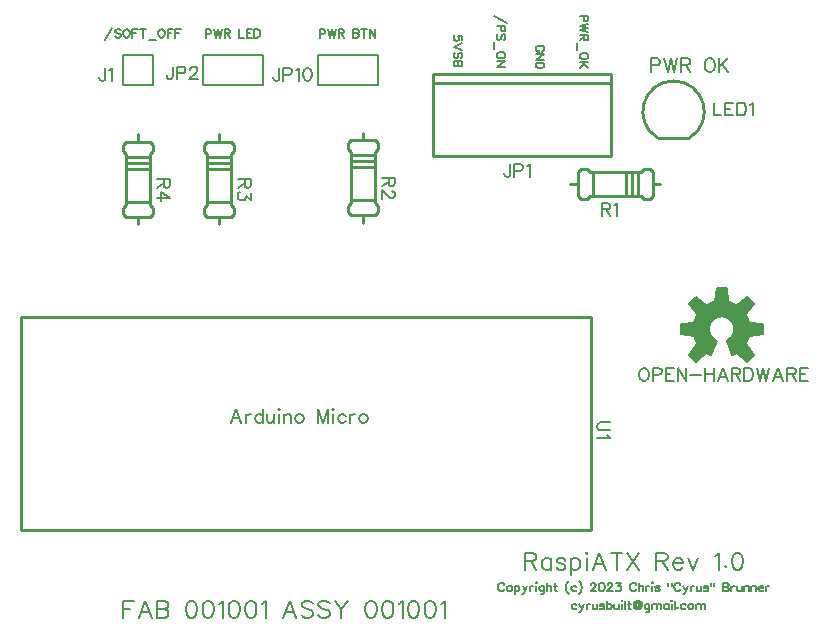
<source format=gto>
G04 Layer: TopSilkscreenLayer*
G04 EasyEDA v6.5.23, 2023-04-28 09:12:44*
G04 028e3914a6f949ed9ca799ef75e4ed4f,10*
G04 Gerber Generator version 0.2*
G04 Scale: 100 percent, Rotated: No, Reflected: No *
G04 Dimensions in millimeters *
G04 leading zeros omitted , absolute positions ,4 integer and 5 decimal *
%FSLAX45Y45*%
%MOMM*%

%ADD10C,0.2032*%
%ADD11C,0.1500*%
%ADD12C,0.2030*%
%ADD13C,0.1524*%
%ADD14C,0.1501*%
%ADD15C,0.2030*%
%ADD16C,0.2540*%
%ADD17C,0.2007*%
%ADD18C,0.0143*%

%LPD*%
D10*
X6057900Y8058658D02*
G01*
X6057900Y7944104D01*
X6057900Y8058658D02*
G01*
X6106922Y8058658D01*
X6123431Y8053070D01*
X6128765Y8047736D01*
X6134354Y8036813D01*
X6134354Y8020304D01*
X6128765Y8009381D01*
X6123431Y8004047D01*
X6106922Y7998713D01*
X6057900Y7998713D01*
X6170168Y8058658D02*
G01*
X6197600Y7944104D01*
X6224777Y8058658D02*
G01*
X6197600Y7944104D01*
X6224777Y8058658D02*
G01*
X6251956Y7944104D01*
X6279388Y8058658D02*
G01*
X6251956Y7944104D01*
X6315456Y8058658D02*
G01*
X6315456Y7944104D01*
X6315456Y8058658D02*
G01*
X6364477Y8058658D01*
X6380734Y8053070D01*
X6386322Y8047736D01*
X6391656Y8036813D01*
X6391656Y8025892D01*
X6386322Y8014970D01*
X6380734Y8009381D01*
X6364477Y8004047D01*
X6315456Y8004047D01*
X6353556Y8004047D02*
G01*
X6391656Y7944104D01*
X6544563Y8058658D02*
G01*
X6533641Y8053070D01*
X6522720Y8042147D01*
X6517131Y8031226D01*
X6511797Y8014970D01*
X6511797Y7987792D01*
X6517131Y7971281D01*
X6522720Y7960360D01*
X6533641Y7949437D01*
X6544563Y7944104D01*
X6566154Y7944104D01*
X6577075Y7949437D01*
X6587997Y7960360D01*
X6593586Y7971281D01*
X6598920Y7987792D01*
X6598920Y8014970D01*
X6593586Y8031226D01*
X6587997Y8042147D01*
X6577075Y8053070D01*
X6566154Y8058658D01*
X6544563Y8058658D01*
X6634988Y8058658D02*
G01*
X6634988Y7944104D01*
X6711441Y8058658D02*
G01*
X6634988Y7982204D01*
X6662165Y8009381D02*
G01*
X6711441Y7944104D01*
D11*
X4457191Y8214105D02*
G01*
X4457191Y8248142D01*
X4426458Y8251697D01*
X4430013Y8248142D01*
X4433315Y8237981D01*
X4433315Y8227821D01*
X4430013Y8217408D01*
X4423156Y8210804D01*
X4412741Y8207247D01*
X4406138Y8207247D01*
X4395724Y8210804D01*
X4389120Y8217408D01*
X4385563Y8227821D01*
X4385563Y8237981D01*
X4389120Y8248142D01*
X4392422Y8251697D01*
X4399279Y8255000D01*
X4457191Y8184895D02*
G01*
X4385563Y8157463D01*
X4457191Y8130286D02*
G01*
X4385563Y8157463D01*
X4447031Y8059928D02*
G01*
X4453890Y8066786D01*
X4457191Y8076945D01*
X4457191Y8090662D01*
X4453890Y8100821D01*
X4447031Y8107679D01*
X4440174Y8107679D01*
X4433315Y8104378D01*
X4430013Y8100821D01*
X4426458Y8094218D01*
X4419600Y8073644D01*
X4416297Y8066786D01*
X4412741Y8063484D01*
X4406138Y8059928D01*
X4395724Y8059928D01*
X4389120Y8066786D01*
X4385563Y8076945D01*
X4385563Y8090662D01*
X4389120Y8100821D01*
X4395724Y8107679D01*
X4457191Y8037576D02*
G01*
X4385563Y8037576D01*
X4457191Y8037576D02*
G01*
X4457191Y8006842D01*
X4453890Y7996681D01*
X4450334Y7993126D01*
X4443475Y7989823D01*
X4436618Y7989823D01*
X4430013Y7993126D01*
X4426458Y7996681D01*
X4423156Y8006842D01*
X4423156Y8037576D02*
G01*
X4423156Y8006842D01*
X4419600Y7996681D01*
X4416297Y7993126D01*
X4409440Y7989823D01*
X4399279Y7989823D01*
X4392422Y7993126D01*
X4389120Y7996681D01*
X4385563Y8006842D01*
X4385563Y8037576D01*
X4839208Y8358631D02*
G01*
X4729988Y8420100D01*
X4825491Y8336279D02*
G01*
X4753863Y8336279D01*
X4825491Y8336279D02*
G01*
X4825491Y8305545D01*
X4822190Y8295386D01*
X4818634Y8291829D01*
X4811775Y8288528D01*
X4801615Y8288528D01*
X4794758Y8291829D01*
X4791456Y8295386D01*
X4787900Y8305545D01*
X4787900Y8336279D01*
X4815331Y8218170D02*
G01*
X4822190Y8225028D01*
X4825491Y8235442D01*
X4825491Y8248904D01*
X4822190Y8259318D01*
X4815331Y8265921D01*
X4808474Y8265921D01*
X4801615Y8262620D01*
X4798313Y8259318D01*
X4794758Y8252460D01*
X4787900Y8231886D01*
X4784597Y8225028D01*
X4781041Y8221726D01*
X4774438Y8218170D01*
X4764024Y8218170D01*
X4757420Y8225028D01*
X4753863Y8235442D01*
X4753863Y8248904D01*
X4757420Y8259318D01*
X4764024Y8265921D01*
X4729988Y8195818D02*
G01*
X4729988Y8134350D01*
X4825491Y8091423D02*
G01*
X4822190Y8098281D01*
X4815331Y8105139D01*
X4808474Y8108442D01*
X4798313Y8111997D01*
X4781041Y8111997D01*
X4770881Y8108442D01*
X4764024Y8105139D01*
X4757420Y8098281D01*
X4753863Y8091423D01*
X4753863Y8077708D01*
X4757420Y8071104D01*
X4764024Y8064245D01*
X4770881Y8060689D01*
X4781041Y8057387D01*
X4798313Y8057387D01*
X4808474Y8060689D01*
X4815331Y8064245D01*
X4822190Y8071104D01*
X4825491Y8077708D01*
X4825491Y8091423D01*
X4825491Y8034781D02*
G01*
X4753863Y8034781D01*
X4825491Y8034781D02*
G01*
X4753863Y7987029D01*
X4825491Y7987029D02*
G01*
X4753863Y7987029D01*
X5138674Y8115045D02*
G01*
X5145531Y8118347D01*
X5152390Y8125205D01*
X5155691Y8132063D01*
X5155691Y8145526D01*
X5152390Y8152384D01*
X5145531Y8159242D01*
X5138674Y8162797D01*
X5128513Y8166100D01*
X5111241Y8166100D01*
X5101081Y8162797D01*
X5094224Y8159242D01*
X5087620Y8152384D01*
X5084063Y8145526D01*
X5084063Y8132063D01*
X5087620Y8125205D01*
X5094224Y8118347D01*
X5101081Y8115045D01*
X5111241Y8115045D01*
X5111241Y8132063D02*
G01*
X5111241Y8115045D01*
X5155691Y8092439D02*
G01*
X5084063Y8092439D01*
X5155691Y8092439D02*
G01*
X5084063Y8044687D01*
X5155691Y8044687D02*
G01*
X5084063Y8044687D01*
X5155691Y8022336D02*
G01*
X5084063Y8022336D01*
X5155691Y8022336D02*
G01*
X5155691Y7998460D01*
X5152390Y7988045D01*
X5145531Y7981442D01*
X5138674Y7977886D01*
X5128513Y7974584D01*
X5111241Y7974584D01*
X5101081Y7977886D01*
X5094224Y7981442D01*
X5087620Y7988045D01*
X5084063Y7998460D01*
X5084063Y8022336D01*
X5523991Y8420100D02*
G01*
X5452363Y8420100D01*
X5523991Y8420100D02*
G01*
X5523991Y8389365D01*
X5520690Y8379205D01*
X5517134Y8375904D01*
X5510275Y8372347D01*
X5500115Y8372347D01*
X5493258Y8375904D01*
X5489956Y8379205D01*
X5486400Y8389365D01*
X5486400Y8420100D01*
X5523991Y8349995D02*
G01*
X5452363Y8332723D01*
X5523991Y8315705D02*
G01*
X5452363Y8332723D01*
X5523991Y8315705D02*
G01*
X5452363Y8298687D01*
X5523991Y8281670D02*
G01*
X5452363Y8298687D01*
X5523991Y8259318D02*
G01*
X5452363Y8259318D01*
X5523991Y8259318D02*
G01*
X5523991Y8228584D01*
X5520690Y8218170D01*
X5517134Y8214868D01*
X5510275Y8211565D01*
X5503418Y8211565D01*
X5496813Y8214868D01*
X5493258Y8218170D01*
X5489956Y8228584D01*
X5489956Y8259318D01*
X5489956Y8235442D02*
G01*
X5452363Y8211565D01*
X5428488Y8188960D02*
G01*
X5428488Y8127492D01*
X5523991Y8084565D02*
G01*
X5520690Y8091423D01*
X5513831Y8098281D01*
X5506974Y8101584D01*
X5496813Y8105139D01*
X5479541Y8105139D01*
X5469381Y8101584D01*
X5462524Y8098281D01*
X5455920Y8091423D01*
X5452363Y8084565D01*
X5452363Y8071104D01*
X5455920Y8064245D01*
X5462524Y8057387D01*
X5469381Y8054086D01*
X5479541Y8050529D01*
X5496813Y8050529D01*
X5506974Y8054086D01*
X5513831Y8057387D01*
X5520690Y8064245D01*
X5523991Y8071104D01*
X5523991Y8084565D01*
X5523991Y8028178D02*
G01*
X5452363Y8028178D01*
X5523991Y7980426D02*
G01*
X5476240Y8028178D01*
X5493258Y8010905D02*
G01*
X5452363Y7980426D01*
X3251200Y8305292D02*
G01*
X3251200Y8233663D01*
X3251200Y8305292D02*
G01*
X3281934Y8305292D01*
X3292093Y8301989D01*
X3295395Y8298434D01*
X3298952Y8291576D01*
X3298952Y8281415D01*
X3295395Y8274558D01*
X3292093Y8271255D01*
X3281934Y8267700D01*
X3251200Y8267700D01*
X3321304Y8305292D02*
G01*
X3338575Y8233663D01*
X3355593Y8305292D02*
G01*
X3338575Y8233663D01*
X3355593Y8305292D02*
G01*
X3372611Y8233663D01*
X3389629Y8305292D02*
G01*
X3372611Y8233663D01*
X3411981Y8305292D02*
G01*
X3411981Y8233663D01*
X3411981Y8305292D02*
G01*
X3442715Y8305292D01*
X3453129Y8301989D01*
X3456431Y8298434D01*
X3459734Y8291576D01*
X3459734Y8284718D01*
X3456431Y8278113D01*
X3453129Y8274558D01*
X3442715Y8271255D01*
X3411981Y8271255D01*
X3435858Y8271255D02*
G01*
X3459734Y8233663D01*
X3534918Y8305292D02*
G01*
X3534918Y8233663D01*
X3534918Y8305292D02*
G01*
X3565397Y8305292D01*
X3575811Y8301989D01*
X3579113Y8298434D01*
X3582670Y8291576D01*
X3582670Y8284718D01*
X3579113Y8278113D01*
X3575811Y8274558D01*
X3565397Y8271255D01*
X3534918Y8271255D02*
G01*
X3565397Y8271255D01*
X3575811Y8267700D01*
X3579113Y8264397D01*
X3582670Y8257539D01*
X3582670Y8247379D01*
X3579113Y8240521D01*
X3575811Y8237220D01*
X3565397Y8233663D01*
X3534918Y8233663D01*
X3628897Y8305292D02*
G01*
X3628897Y8233663D01*
X3605022Y8305292D02*
G01*
X3652774Y8305292D01*
X3675379Y8305292D02*
G01*
X3675379Y8233663D01*
X3675379Y8305292D02*
G01*
X3723131Y8233663D01*
X3723131Y8305292D02*
G01*
X3723131Y8233663D01*
X2286000Y8305292D02*
G01*
X2286000Y8233663D01*
X2286000Y8305292D02*
G01*
X2316734Y8305292D01*
X2326893Y8301989D01*
X2330195Y8298434D01*
X2333752Y8291576D01*
X2333752Y8281415D01*
X2330195Y8274558D01*
X2326893Y8271255D01*
X2316734Y8267700D01*
X2286000Y8267700D01*
X2356104Y8305292D02*
G01*
X2373375Y8233663D01*
X2390393Y8305292D02*
G01*
X2373375Y8233663D01*
X2390393Y8305292D02*
G01*
X2407411Y8233663D01*
X2424429Y8305292D02*
G01*
X2407411Y8233663D01*
X2446781Y8305292D02*
G01*
X2446781Y8233663D01*
X2446781Y8305292D02*
G01*
X2477515Y8305292D01*
X2487929Y8301989D01*
X2491231Y8298434D01*
X2494534Y8291576D01*
X2494534Y8284718D01*
X2491231Y8278113D01*
X2487929Y8274558D01*
X2477515Y8271255D01*
X2446781Y8271255D01*
X2470658Y8271255D02*
G01*
X2494534Y8233663D01*
X2569718Y8305292D02*
G01*
X2569718Y8233663D01*
X2569718Y8233663D02*
G01*
X2610611Y8233663D01*
X2632963Y8305292D02*
G01*
X2632963Y8233663D01*
X2632963Y8305292D02*
G01*
X2677413Y8305292D01*
X2632963Y8271255D02*
G01*
X2660395Y8271255D01*
X2632963Y8233663D02*
G01*
X2677413Y8233663D01*
X2699765Y8305292D02*
G01*
X2699765Y8233663D01*
X2699765Y8305292D02*
G01*
X2723641Y8305292D01*
X2734056Y8301989D01*
X2740659Y8295131D01*
X2744215Y8288273D01*
X2747518Y8278113D01*
X2747518Y8260842D01*
X2744215Y8250681D01*
X2740659Y8243823D01*
X2734056Y8237220D01*
X2723641Y8233663D01*
X2699765Y8233663D01*
X1496568Y8319008D02*
G01*
X1435100Y8209787D01*
X1566671Y8295131D02*
G01*
X1559813Y8301989D01*
X1549654Y8305292D01*
X1535937Y8305292D01*
X1525778Y8301989D01*
X1518920Y8295131D01*
X1518920Y8288273D01*
X1522476Y8281415D01*
X1525778Y8278113D01*
X1532636Y8274558D01*
X1552955Y8267700D01*
X1559813Y8264397D01*
X1563370Y8260842D01*
X1566671Y8254237D01*
X1566671Y8243823D01*
X1559813Y8237220D01*
X1549654Y8233663D01*
X1535937Y8233663D01*
X1525778Y8237220D01*
X1518920Y8243823D01*
X1609597Y8305292D02*
G01*
X1602739Y8301989D01*
X1595881Y8295131D01*
X1592579Y8288273D01*
X1589278Y8278113D01*
X1589278Y8260842D01*
X1592579Y8250681D01*
X1595881Y8243823D01*
X1602739Y8237220D01*
X1609597Y8233663D01*
X1623313Y8233663D01*
X1630171Y8237220D01*
X1637029Y8243823D01*
X1640331Y8250681D01*
X1643634Y8260842D01*
X1643634Y8278113D01*
X1640331Y8288273D01*
X1637029Y8295131D01*
X1630171Y8301989D01*
X1623313Y8305292D01*
X1609597Y8305292D01*
X1666239Y8305292D02*
G01*
X1666239Y8233663D01*
X1666239Y8305292D02*
G01*
X1710436Y8305292D01*
X1666239Y8271255D02*
G01*
X1693418Y8271255D01*
X1756918Y8305292D02*
G01*
X1756918Y8233663D01*
X1733042Y8305292D02*
G01*
X1780794Y8305292D01*
X1803400Y8209787D02*
G01*
X1864613Y8209787D01*
X1907539Y8305292D02*
G01*
X1900681Y8301989D01*
X1894078Y8295131D01*
X1890521Y8288273D01*
X1887220Y8278113D01*
X1887220Y8260842D01*
X1890521Y8250681D01*
X1894078Y8243823D01*
X1900681Y8237220D01*
X1907539Y8233663D01*
X1921255Y8233663D01*
X1928113Y8237220D01*
X1934972Y8243823D01*
X1938274Y8250681D01*
X1941575Y8260842D01*
X1941575Y8278113D01*
X1938274Y8288273D01*
X1934972Y8295131D01*
X1928113Y8301989D01*
X1921255Y8305292D01*
X1907539Y8305292D01*
X1964181Y8305292D02*
G01*
X1964181Y8233663D01*
X1964181Y8305292D02*
G01*
X2008631Y8305292D01*
X1964181Y8271255D02*
G01*
X1991359Y8271255D01*
X2030984Y8305292D02*
G01*
X2030984Y8233663D01*
X2030984Y8305292D02*
G01*
X2075434Y8305292D01*
X2030984Y8271255D02*
G01*
X2058161Y8271255D01*
D10*
X2545588Y5086857D02*
G01*
X2501900Y4972304D01*
X2545588Y5086857D02*
G01*
X2589275Y4972304D01*
X2518156Y5010404D02*
G01*
X2572765Y5010404D01*
X2625090Y5048504D02*
G01*
X2625090Y4972304D01*
X2625090Y5015992D02*
G01*
X2630677Y5032247D01*
X2641600Y5043170D01*
X2652522Y5048504D01*
X2668777Y5048504D01*
X2770377Y5086857D02*
G01*
X2770377Y4972304D01*
X2770377Y5032247D02*
G01*
X2759456Y5043170D01*
X2748534Y5048504D01*
X2732024Y5048504D01*
X2721102Y5043170D01*
X2710179Y5032247D01*
X2704845Y5015992D01*
X2704845Y5005070D01*
X2710179Y4988560D01*
X2721102Y4977637D01*
X2732024Y4972304D01*
X2748534Y4972304D01*
X2759456Y4977637D01*
X2770377Y4988560D01*
X2806191Y5048504D02*
G01*
X2806191Y4994147D01*
X2811779Y4977637D01*
X2822702Y4972304D01*
X2838958Y4972304D01*
X2849879Y4977637D01*
X2866136Y4994147D01*
X2866136Y5048504D02*
G01*
X2866136Y4972304D01*
X2902204Y5086857D02*
G01*
X2907791Y5081270D01*
X2913125Y5086857D01*
X2907791Y5092192D01*
X2902204Y5086857D01*
X2907791Y5048504D02*
G01*
X2907791Y4972304D01*
X2949193Y5048504D02*
G01*
X2949193Y4972304D01*
X2949193Y5026913D02*
G01*
X2965450Y5043170D01*
X2976372Y5048504D01*
X2992881Y5048504D01*
X3003804Y5043170D01*
X3009138Y5026913D01*
X3009138Y4972304D01*
X3072384Y5048504D02*
G01*
X3061461Y5043170D01*
X3050540Y5032247D01*
X3045206Y5015992D01*
X3045206Y5005070D01*
X3050540Y4988560D01*
X3061461Y4977637D01*
X3072384Y4972304D01*
X3088893Y4972304D01*
X3099815Y4977637D01*
X3110738Y4988560D01*
X3116072Y5005070D01*
X3116072Y5015992D01*
X3110738Y5032247D01*
X3099815Y5043170D01*
X3088893Y5048504D01*
X3072384Y5048504D01*
X3235959Y5086857D02*
G01*
X3235959Y4972304D01*
X3235959Y5086857D02*
G01*
X3279647Y4972304D01*
X3323336Y5086857D02*
G01*
X3279647Y4972304D01*
X3323336Y5086857D02*
G01*
X3323336Y4972304D01*
X3359404Y5086857D02*
G01*
X3364738Y5081270D01*
X3370325Y5086857D01*
X3364738Y5092192D01*
X3359404Y5086857D01*
X3364738Y5048504D02*
G01*
X3364738Y4972304D01*
X3471672Y5032247D02*
G01*
X3460750Y5043170D01*
X3449827Y5048504D01*
X3433572Y5048504D01*
X3422650Y5043170D01*
X3411727Y5032247D01*
X3406140Y5015992D01*
X3406140Y5005070D01*
X3411727Y4988560D01*
X3422650Y4977637D01*
X3433572Y4972304D01*
X3449827Y4972304D01*
X3460750Y4977637D01*
X3471672Y4988560D01*
X3507740Y5048504D02*
G01*
X3507740Y4972304D01*
X3507740Y5015992D02*
G01*
X3513074Y5032247D01*
X3523995Y5043170D01*
X3534918Y5048504D01*
X3551427Y5048504D01*
X3614674Y5048504D02*
G01*
X3603752Y5043170D01*
X3592829Y5032247D01*
X3587241Y5015992D01*
X3587241Y5005070D01*
X3592829Y4988560D01*
X3603752Y4977637D01*
X3614674Y4972304D01*
X3630929Y4972304D01*
X3641852Y4977637D01*
X3652774Y4988560D01*
X3658361Y5005070D01*
X3658361Y5015992D01*
X3652774Y5032247D01*
X3641852Y5043170D01*
X3630929Y5048504D01*
X3614674Y5048504D01*
D12*
X1587500Y3466084D02*
G01*
X1587500Y3322828D01*
X1587500Y3466084D02*
G01*
X1676145Y3466084D01*
X1587500Y3397757D02*
G01*
X1642110Y3397757D01*
X1775713Y3466084D02*
G01*
X1721104Y3322828D01*
X1775713Y3466084D02*
G01*
X1830323Y3322828D01*
X1741678Y3370579D02*
G01*
X1809750Y3370579D01*
X1875281Y3466084D02*
G01*
X1875281Y3322828D01*
X1875281Y3466084D02*
G01*
X1936495Y3466084D01*
X1957070Y3459226D01*
X1963927Y3452368D01*
X1970786Y3438905D01*
X1970786Y3425189D01*
X1963927Y3411473D01*
X1957070Y3404615D01*
X1936495Y3397757D01*
X1875281Y3397757D02*
G01*
X1936495Y3397757D01*
X1957070Y3391154D01*
X1963927Y3384295D01*
X1970786Y3370579D01*
X1970786Y3350260D01*
X1963927Y3336544D01*
X1957070Y3329686D01*
X1936495Y3322828D01*
X1875281Y3322828D01*
X2161540Y3466084D02*
G01*
X2141220Y3459226D01*
X2127504Y3438905D01*
X2120645Y3404615D01*
X2120645Y3384295D01*
X2127504Y3350260D01*
X2141220Y3329686D01*
X2161540Y3322828D01*
X2175256Y3322828D01*
X2195575Y3329686D01*
X2209291Y3350260D01*
X2216150Y3384295D01*
X2216150Y3404615D01*
X2209291Y3438905D01*
X2195575Y3459226D01*
X2175256Y3466084D01*
X2161540Y3466084D01*
X2302002Y3466084D02*
G01*
X2281681Y3459226D01*
X2267965Y3438905D01*
X2261108Y3404615D01*
X2261108Y3384295D01*
X2267965Y3350260D01*
X2281681Y3329686D01*
X2302002Y3322828D01*
X2315718Y3322828D01*
X2336038Y3329686D01*
X2349754Y3350260D01*
X2356611Y3384295D01*
X2356611Y3404615D01*
X2349754Y3438905D01*
X2336038Y3459226D01*
X2315718Y3466084D01*
X2302002Y3466084D01*
X2401570Y3438905D02*
G01*
X2415286Y3445510D01*
X2435606Y3466084D01*
X2435606Y3322828D01*
X2521711Y3466084D02*
G01*
X2501138Y3459226D01*
X2487422Y3438905D01*
X2480563Y3404615D01*
X2480563Y3384295D01*
X2487422Y3350260D01*
X2501138Y3329686D01*
X2521711Y3322828D01*
X2535174Y3322828D01*
X2555747Y3329686D01*
X2569209Y3350260D01*
X2576068Y3384295D01*
X2576068Y3404615D01*
X2569209Y3438905D01*
X2555747Y3459226D01*
X2535174Y3466084D01*
X2521711Y3466084D01*
X2661920Y3466084D02*
G01*
X2641600Y3459226D01*
X2627884Y3438905D01*
X2621025Y3404615D01*
X2621025Y3384295D01*
X2627884Y3350260D01*
X2641600Y3329686D01*
X2661920Y3322828D01*
X2675636Y3322828D01*
X2696209Y3329686D01*
X2709672Y3350260D01*
X2716529Y3384295D01*
X2716529Y3404615D01*
X2709672Y3438905D01*
X2696209Y3459226D01*
X2675636Y3466084D01*
X2661920Y3466084D01*
X2761488Y3438905D02*
G01*
X2775204Y3445510D01*
X2795777Y3466084D01*
X2795777Y3322828D01*
X3000247Y3466084D02*
G01*
X2945638Y3322828D01*
X3000247Y3466084D02*
G01*
X3054858Y3322828D01*
X2966211Y3370579D02*
G01*
X3034284Y3370579D01*
X3195320Y3445510D02*
G01*
X3181604Y3459226D01*
X3161029Y3466084D01*
X3133852Y3466084D01*
X3113531Y3459226D01*
X3099815Y3445510D01*
X3099815Y3432047D01*
X3106674Y3418331D01*
X3113531Y3411473D01*
X3126993Y3404615D01*
X3167888Y3391154D01*
X3181604Y3384295D01*
X3188461Y3377437D01*
X3195320Y3363721D01*
X3195320Y3343402D01*
X3181604Y3329686D01*
X3161029Y3322828D01*
X3133852Y3322828D01*
X3113531Y3329686D01*
X3099815Y3343402D01*
X3335781Y3445510D02*
G01*
X3322065Y3459226D01*
X3301491Y3466084D01*
X3274313Y3466084D01*
X3253740Y3459226D01*
X3240277Y3445510D01*
X3240277Y3432047D01*
X3247136Y3418331D01*
X3253740Y3411473D01*
X3267456Y3404615D01*
X3308350Y3391154D01*
X3322065Y3384295D01*
X3328924Y3377437D01*
X3335781Y3363721D01*
X3335781Y3343402D01*
X3322065Y3329686D01*
X3301491Y3322828D01*
X3274313Y3322828D01*
X3253740Y3329686D01*
X3240277Y3343402D01*
X3380740Y3466084D02*
G01*
X3435350Y3397757D01*
X3435350Y3322828D01*
X3489706Y3466084D02*
G01*
X3435350Y3397757D01*
X3680713Y3466084D02*
G01*
X3660140Y3459226D01*
X3646677Y3438905D01*
X3639820Y3404615D01*
X3639820Y3384295D01*
X3646677Y3350260D01*
X3660140Y3329686D01*
X3680713Y3322828D01*
X3694429Y3322828D01*
X3714750Y3329686D01*
X3728465Y3350260D01*
X3735324Y3384295D01*
X3735324Y3404615D01*
X3728465Y3438905D01*
X3714750Y3459226D01*
X3694429Y3466084D01*
X3680713Y3466084D01*
X3821175Y3466084D02*
G01*
X3800602Y3459226D01*
X3787140Y3438905D01*
X3780281Y3404615D01*
X3780281Y3384295D01*
X3787140Y3350260D01*
X3800602Y3329686D01*
X3821175Y3322828D01*
X3834891Y3322828D01*
X3855211Y3329686D01*
X3868927Y3350260D01*
X3875786Y3384295D01*
X3875786Y3404615D01*
X3868927Y3438905D01*
X3855211Y3459226D01*
X3834891Y3466084D01*
X3821175Y3466084D01*
X3920743Y3438905D02*
G01*
X3934206Y3445510D01*
X3954779Y3466084D01*
X3954779Y3322828D01*
X4040631Y3466084D02*
G01*
X4020311Y3459226D01*
X4006595Y3438905D01*
X3999738Y3404615D01*
X3999738Y3384295D01*
X4006595Y3350260D01*
X4020311Y3329686D01*
X4040631Y3322828D01*
X4054347Y3322828D01*
X4074668Y3329686D01*
X4088384Y3350260D01*
X4095241Y3384295D01*
X4095241Y3404615D01*
X4088384Y3438905D01*
X4074668Y3459226D01*
X4054347Y3466084D01*
X4040631Y3466084D01*
X4181093Y3466084D02*
G01*
X4160774Y3459226D01*
X4147058Y3438905D01*
X4140200Y3404615D01*
X4140200Y3384295D01*
X4147058Y3350260D01*
X4160774Y3329686D01*
X4181093Y3322828D01*
X4194809Y3322828D01*
X4215129Y3329686D01*
X4228845Y3350260D01*
X4235704Y3384295D01*
X4235704Y3404615D01*
X4228845Y3438905D01*
X4215129Y3459226D01*
X4194809Y3466084D01*
X4181093Y3466084D01*
X4280661Y3438905D02*
G01*
X4294377Y3445510D01*
X4314697Y3466084D01*
X4314697Y3322828D01*
X4991100Y3872484D02*
G01*
X4991100Y3729228D01*
X4991100Y3872484D02*
G01*
X5052568Y3872484D01*
X5072888Y3865626D01*
X5079745Y3858768D01*
X5086604Y3845305D01*
X5086604Y3831589D01*
X5079745Y3817873D01*
X5072888Y3811015D01*
X5052568Y3804157D01*
X4991100Y3804157D01*
X5038852Y3804157D02*
G01*
X5086604Y3729228D01*
X5213350Y3824731D02*
G01*
X5213350Y3729228D01*
X5213350Y3804157D02*
G01*
X5199634Y3817873D01*
X5186172Y3824731D01*
X5165597Y3824731D01*
X5151881Y3817873D01*
X5138420Y3804157D01*
X5131561Y3783837D01*
X5131561Y3770121D01*
X5138420Y3749802D01*
X5151881Y3736086D01*
X5165597Y3729228D01*
X5186172Y3729228D01*
X5199634Y3736086D01*
X5213350Y3749802D01*
X5333491Y3804157D02*
G01*
X5326634Y3817873D01*
X5306059Y3824731D01*
X5285740Y3824731D01*
X5265165Y3817873D01*
X5258308Y3804157D01*
X5265165Y3790695D01*
X5278881Y3783837D01*
X5312918Y3776979D01*
X5326634Y3770121D01*
X5333491Y3756660D01*
X5333491Y3749802D01*
X5326634Y3736086D01*
X5306059Y3729228D01*
X5285740Y3729228D01*
X5265165Y3736086D01*
X5258308Y3749802D01*
X5378450Y3824731D02*
G01*
X5378450Y3681476D01*
X5378450Y3804157D02*
G01*
X5391911Y3817873D01*
X5405627Y3824731D01*
X5426202Y3824731D01*
X5439663Y3817873D01*
X5453379Y3804157D01*
X5460238Y3783837D01*
X5460238Y3770121D01*
X5453379Y3749802D01*
X5439663Y3736086D01*
X5426202Y3729228D01*
X5405627Y3729228D01*
X5391911Y3736086D01*
X5378450Y3749802D01*
X5505195Y3872484D02*
G01*
X5512054Y3865626D01*
X5518911Y3872484D01*
X5512054Y3879342D01*
X5505195Y3872484D01*
X5512054Y3824731D02*
G01*
X5512054Y3729228D01*
X5618479Y3872484D02*
G01*
X5563870Y3729228D01*
X5618479Y3872484D02*
G01*
X5672836Y3729228D01*
X5584190Y3776979D02*
G01*
X5652515Y3776979D01*
X5765545Y3872484D02*
G01*
X5765545Y3729228D01*
X5717793Y3872484D02*
G01*
X5813297Y3872484D01*
X5858256Y3872484D02*
G01*
X5953759Y3729228D01*
X5953759Y3872484D02*
G01*
X5858256Y3729228D01*
X6103874Y3872484D02*
G01*
X6103874Y3729228D01*
X6103874Y3872484D02*
G01*
X6165088Y3872484D01*
X6185661Y3865626D01*
X6192520Y3858768D01*
X6199377Y3845305D01*
X6199377Y3831589D01*
X6192520Y3817873D01*
X6185661Y3811015D01*
X6165088Y3804157D01*
X6103874Y3804157D01*
X6151625Y3804157D02*
G01*
X6199377Y3729228D01*
X6244336Y3783837D02*
G01*
X6326124Y3783837D01*
X6326124Y3797554D01*
X6319265Y3811015D01*
X6312408Y3817873D01*
X6298945Y3824731D01*
X6278372Y3824731D01*
X6264656Y3817873D01*
X6251193Y3804157D01*
X6244336Y3783837D01*
X6244336Y3770121D01*
X6251193Y3749802D01*
X6264656Y3736086D01*
X6278372Y3729228D01*
X6298945Y3729228D01*
X6312408Y3736086D01*
X6326124Y3749802D01*
X6371081Y3824731D02*
G01*
X6411975Y3729228D01*
X6452870Y3824731D02*
G01*
X6411975Y3729228D01*
X6602984Y3845305D02*
G01*
X6616445Y3851910D01*
X6637020Y3872484D01*
X6637020Y3729228D01*
X6688836Y3763263D02*
G01*
X6681977Y3756660D01*
X6688836Y3749802D01*
X6695693Y3756660D01*
X6688836Y3763263D01*
X6781545Y3872484D02*
G01*
X6760972Y3865626D01*
X6747509Y3845305D01*
X6740652Y3811015D01*
X6740652Y3790695D01*
X6747509Y3756660D01*
X6760972Y3736086D01*
X6781545Y3729228D01*
X6795261Y3729228D01*
X6815581Y3736086D01*
X6829297Y3756660D01*
X6836156Y3790695D01*
X6836156Y3811015D01*
X6829297Y3845305D01*
X6815581Y3865626D01*
X6795261Y3872484D01*
X6781545Y3872484D01*
X4813554Y3601973D02*
G01*
X4810252Y3608831D01*
X4803393Y3615689D01*
X4796536Y3618992D01*
X4783074Y3618992D01*
X4776215Y3615689D01*
X4769358Y3608831D01*
X4765802Y3601973D01*
X4762500Y3591813D01*
X4762500Y3574542D01*
X4765802Y3564381D01*
X4769358Y3557523D01*
X4776215Y3550920D01*
X4783074Y3547363D01*
X4796536Y3547363D01*
X4803393Y3550920D01*
X4810252Y3557523D01*
X4813554Y3564381D01*
X4853177Y3595115D02*
G01*
X4846320Y3591813D01*
X4839461Y3584955D01*
X4836159Y3574542D01*
X4836159Y3567937D01*
X4839461Y3557523D01*
X4846320Y3550920D01*
X4853177Y3547363D01*
X4863338Y3547363D01*
X4870195Y3550920D01*
X4877054Y3557523D01*
X4880356Y3567937D01*
X4880356Y3574542D01*
X4877054Y3584955D01*
X4870195Y3591813D01*
X4863338Y3595115D01*
X4853177Y3595115D01*
X4902961Y3595115D02*
G01*
X4902961Y3523487D01*
X4902961Y3584955D02*
G01*
X4909820Y3591813D01*
X4916677Y3595115D01*
X4926838Y3595115D01*
X4933695Y3591813D01*
X4940554Y3584955D01*
X4943856Y3574542D01*
X4943856Y3567937D01*
X4940554Y3557523D01*
X4933695Y3550920D01*
X4926838Y3547363D01*
X4916677Y3547363D01*
X4909820Y3550920D01*
X4902961Y3557523D01*
X4969763Y3595115D02*
G01*
X4990338Y3547363D01*
X5010658Y3595115D02*
G01*
X4990338Y3547363D01*
X4983479Y3533647D01*
X4976622Y3527044D01*
X4969763Y3523487D01*
X4966461Y3523487D01*
X5033263Y3595115D02*
G01*
X5033263Y3547363D01*
X5033263Y3574542D02*
G01*
X5036565Y3584955D01*
X5043424Y3591813D01*
X5050281Y3595115D01*
X5060441Y3595115D01*
X5083047Y3618992D02*
G01*
X5086350Y3615689D01*
X5089652Y3618992D01*
X5086350Y3622294D01*
X5083047Y3618992D01*
X5086350Y3595115D02*
G01*
X5086350Y3547363D01*
X5153152Y3595115D02*
G01*
X5153152Y3540505D01*
X5149850Y3530345D01*
X5146293Y3527044D01*
X5139436Y3523487D01*
X5129275Y3523487D01*
X5122418Y3527044D01*
X5153152Y3584955D02*
G01*
X5146293Y3591813D01*
X5139436Y3595115D01*
X5129275Y3595115D01*
X5122418Y3591813D01*
X5115559Y3584955D01*
X5112258Y3574542D01*
X5112258Y3567937D01*
X5115559Y3557523D01*
X5122418Y3550920D01*
X5129275Y3547363D01*
X5139436Y3547363D01*
X5146293Y3550920D01*
X5153152Y3557523D01*
X5175758Y3618992D02*
G01*
X5175758Y3547363D01*
X5175758Y3581400D02*
G01*
X5185918Y3591813D01*
X5192775Y3595115D01*
X5202936Y3595115D01*
X5209793Y3591813D01*
X5213095Y3581400D01*
X5213095Y3547363D01*
X5245861Y3618992D02*
G01*
X5245861Y3561079D01*
X5249418Y3550920D01*
X5256022Y3547363D01*
X5262879Y3547363D01*
X5235702Y3595115D02*
G01*
X5259577Y3595115D01*
X5361940Y3632707D02*
G01*
X5355081Y3625850D01*
X5348224Y3615689D01*
X5341365Y3601973D01*
X5338063Y3584955D01*
X5338063Y3571239D01*
X5341365Y3554221D01*
X5348224Y3540505D01*
X5355081Y3530345D01*
X5361940Y3523487D01*
X5425186Y3584955D02*
G01*
X5418327Y3591813D01*
X5411470Y3595115D01*
X5401309Y3595115D01*
X5394452Y3591813D01*
X5387847Y3584955D01*
X5384291Y3574542D01*
X5384291Y3567937D01*
X5387847Y3557523D01*
X5394452Y3550920D01*
X5401309Y3547363D01*
X5411470Y3547363D01*
X5418327Y3550920D01*
X5425186Y3557523D01*
X5447791Y3632707D02*
G01*
X5454650Y3625850D01*
X5461254Y3615689D01*
X5468111Y3601973D01*
X5471668Y3584955D01*
X5471668Y3571239D01*
X5468111Y3554221D01*
X5461254Y3540505D01*
X5454650Y3530345D01*
X5447791Y3523487D01*
X5549900Y3601973D02*
G01*
X5549900Y3605276D01*
X5553456Y3612134D01*
X5556758Y3615689D01*
X5563615Y3618992D01*
X5577331Y3618992D01*
X5584190Y3615689D01*
X5587491Y3612134D01*
X5590793Y3605276D01*
X5590793Y3598418D01*
X5587491Y3591813D01*
X5580634Y3581400D01*
X5546597Y3547363D01*
X5594350Y3547363D01*
X5637275Y3618992D02*
G01*
X5627115Y3615689D01*
X5620258Y3605276D01*
X5616702Y3588257D01*
X5616702Y3578097D01*
X5620258Y3561079D01*
X5627115Y3550920D01*
X5637275Y3547363D01*
X5644134Y3547363D01*
X5654293Y3550920D01*
X5661152Y3561079D01*
X5664454Y3578097D01*
X5664454Y3588257D01*
X5661152Y3605276D01*
X5654293Y3615689D01*
X5644134Y3618992D01*
X5637275Y3618992D01*
X5690361Y3601973D02*
G01*
X5690361Y3605276D01*
X5693918Y3612134D01*
X5697220Y3615689D01*
X5704077Y3618992D01*
X5717793Y3618992D01*
X5724652Y3615689D01*
X5727954Y3612134D01*
X5731256Y3605276D01*
X5731256Y3598418D01*
X5727954Y3591813D01*
X5721095Y3581400D01*
X5687059Y3547363D01*
X5734811Y3547363D01*
X5764022Y3618992D02*
G01*
X5801613Y3618992D01*
X5781040Y3591813D01*
X5791454Y3591813D01*
X5798058Y3588257D01*
X5801613Y3584955D01*
X5804915Y3574542D01*
X5804915Y3567937D01*
X5801613Y3557523D01*
X5794756Y3550920D01*
X5784595Y3547363D01*
X5774436Y3547363D01*
X5764022Y3550920D01*
X5760720Y3554221D01*
X5757163Y3561079D01*
X5931154Y3601973D02*
G01*
X5927597Y3608831D01*
X5920993Y3615689D01*
X5914136Y3618992D01*
X5900420Y3618992D01*
X5893561Y3615689D01*
X5886704Y3608831D01*
X5883402Y3601973D01*
X5880100Y3591813D01*
X5880100Y3574542D01*
X5883402Y3564381D01*
X5886704Y3557523D01*
X5893561Y3550920D01*
X5900420Y3547363D01*
X5914136Y3547363D01*
X5920993Y3550920D01*
X5927597Y3557523D01*
X5931154Y3564381D01*
X5953759Y3618992D02*
G01*
X5953759Y3547363D01*
X5953759Y3581400D02*
G01*
X5963920Y3591813D01*
X5970777Y3595115D01*
X5980938Y3595115D01*
X5987795Y3591813D01*
X5991097Y3581400D01*
X5991097Y3547363D01*
X6013704Y3595115D02*
G01*
X6013704Y3547363D01*
X6013704Y3574542D02*
G01*
X6017006Y3584955D01*
X6023863Y3591813D01*
X6030722Y3595115D01*
X6040881Y3595115D01*
X6063488Y3618992D02*
G01*
X6066790Y3615689D01*
X6070345Y3618992D01*
X6066790Y3622294D01*
X6063488Y3618992D01*
X6066790Y3595115D02*
G01*
X6066790Y3547363D01*
X6130290Y3584955D02*
G01*
X6126734Y3591813D01*
X6116574Y3595115D01*
X6106413Y3595115D01*
X6096254Y3591813D01*
X6092697Y3584955D01*
X6096254Y3578097D01*
X6102858Y3574542D01*
X6119875Y3571239D01*
X6126734Y3567937D01*
X6130290Y3561079D01*
X6130290Y3557523D01*
X6126734Y3550920D01*
X6116574Y3547363D01*
X6106413Y3547363D01*
X6096254Y3550920D01*
X6092697Y3557523D01*
X6205220Y3618992D02*
G01*
X6205220Y3595115D01*
X6232397Y3618992D02*
G01*
X6232397Y3595115D01*
X6306058Y3601973D02*
G01*
X6302756Y3608831D01*
X6295897Y3615689D01*
X6289040Y3618992D01*
X6275577Y3618992D01*
X6268720Y3615689D01*
X6261861Y3608831D01*
X6258306Y3601973D01*
X6255004Y3591813D01*
X6255004Y3574542D01*
X6258306Y3564381D01*
X6261861Y3557523D01*
X6268720Y3550920D01*
X6275577Y3547363D01*
X6289040Y3547363D01*
X6295897Y3550920D01*
X6302756Y3557523D01*
X6306058Y3564381D01*
X6331965Y3595115D02*
G01*
X6352540Y3547363D01*
X6372859Y3595115D02*
G01*
X6352540Y3547363D01*
X6345681Y3533647D01*
X6338824Y3527044D01*
X6331965Y3523487D01*
X6328663Y3523487D01*
X6395465Y3595115D02*
G01*
X6395465Y3547363D01*
X6395465Y3574542D02*
G01*
X6398768Y3584955D01*
X6405625Y3591813D01*
X6412484Y3595115D01*
X6422643Y3595115D01*
X6445250Y3595115D02*
G01*
X6445250Y3561079D01*
X6448552Y3550920D01*
X6455409Y3547363D01*
X6465570Y3547363D01*
X6472427Y3550920D01*
X6482841Y3561079D01*
X6482841Y3595115D02*
G01*
X6482841Y3547363D01*
X6542786Y3584955D02*
G01*
X6539229Y3591813D01*
X6529070Y3595115D01*
X6518909Y3595115D01*
X6508750Y3591813D01*
X6505193Y3584955D01*
X6508750Y3578097D01*
X6515354Y3574542D01*
X6532372Y3571239D01*
X6539229Y3567937D01*
X6542786Y3561079D01*
X6542786Y3557523D01*
X6539229Y3550920D01*
X6529070Y3547363D01*
X6518909Y3547363D01*
X6508750Y3550920D01*
X6505193Y3557523D01*
X6565138Y3618992D02*
G01*
X6565138Y3595115D01*
X6592570Y3618992D02*
G01*
X6592570Y3595115D01*
X6667500Y3618992D02*
G01*
X6667500Y3547363D01*
X6667500Y3618992D02*
G01*
X6698234Y3618992D01*
X6708393Y3615689D01*
X6711695Y3612134D01*
X6715252Y3605276D01*
X6715252Y3598418D01*
X6711695Y3591813D01*
X6708393Y3588257D01*
X6698234Y3584955D01*
X6667500Y3584955D02*
G01*
X6698234Y3584955D01*
X6708393Y3581400D01*
X6711695Y3578097D01*
X6715252Y3571239D01*
X6715252Y3561079D01*
X6711695Y3554221D01*
X6708393Y3550920D01*
X6698234Y3547363D01*
X6667500Y3547363D01*
X6737604Y3595115D02*
G01*
X6737604Y3547363D01*
X6737604Y3574542D02*
G01*
X6741159Y3584955D01*
X6748018Y3591813D01*
X6754875Y3595115D01*
X6765036Y3595115D01*
X6787388Y3595115D02*
G01*
X6787388Y3561079D01*
X6790943Y3550920D01*
X6797802Y3547363D01*
X6807961Y3547363D01*
X6814820Y3550920D01*
X6824979Y3561079D01*
X6824979Y3595115D02*
G01*
X6824979Y3547363D01*
X6847586Y3595115D02*
G01*
X6847586Y3547363D01*
X6847586Y3581400D02*
G01*
X6857745Y3591813D01*
X6864604Y3595115D01*
X6874763Y3595115D01*
X6881622Y3591813D01*
X6884924Y3581400D01*
X6884924Y3547363D01*
X6907529Y3595115D02*
G01*
X6907529Y3547363D01*
X6907529Y3581400D02*
G01*
X6917690Y3591813D01*
X6924547Y3595115D01*
X6934708Y3595115D01*
X6941565Y3591813D01*
X6945122Y3581400D01*
X6945122Y3547363D01*
X6967474Y3574542D02*
G01*
X7008368Y3574542D01*
X7008368Y3581400D01*
X7005065Y3588257D01*
X7001509Y3591813D01*
X6994652Y3595115D01*
X6984491Y3595115D01*
X6977634Y3591813D01*
X6971029Y3584955D01*
X6967474Y3574542D01*
X6967474Y3567937D01*
X6971029Y3557523D01*
X6977634Y3550920D01*
X6984491Y3547363D01*
X6994652Y3547363D01*
X7001509Y3550920D01*
X7008368Y3557523D01*
X7030974Y3595115D02*
G01*
X7030974Y3547363D01*
X7030974Y3574542D02*
G01*
X7034275Y3584955D01*
X7041134Y3591813D01*
X7047991Y3595115D01*
X7058152Y3595115D01*
X5425693Y3432555D02*
G01*
X5418836Y3439413D01*
X5411977Y3442715D01*
X5401818Y3442715D01*
X5394959Y3439413D01*
X5388102Y3432555D01*
X5384800Y3422142D01*
X5384800Y3415537D01*
X5388102Y3405123D01*
X5394959Y3398520D01*
X5401818Y3394963D01*
X5411977Y3394963D01*
X5418836Y3398520D01*
X5425693Y3405123D01*
X5451602Y3442715D02*
G01*
X5472175Y3394963D01*
X5492495Y3442715D02*
G01*
X5472175Y3394963D01*
X5465318Y3381247D01*
X5458459Y3374644D01*
X5451602Y3371087D01*
X5448300Y3371087D01*
X5515102Y3442715D02*
G01*
X5515102Y3394963D01*
X5515102Y3422142D02*
G01*
X5518404Y3432555D01*
X5525261Y3439413D01*
X5532120Y3442715D01*
X5542279Y3442715D01*
X5564886Y3442715D02*
G01*
X5564886Y3408679D01*
X5568188Y3398520D01*
X5575045Y3394963D01*
X5585206Y3394963D01*
X5592063Y3398520D01*
X5602224Y3408679D01*
X5602224Y3442715D02*
G01*
X5602224Y3394963D01*
X5662422Y3432555D02*
G01*
X5658865Y3439413D01*
X5648706Y3442715D01*
X5638545Y3442715D01*
X5628131Y3439413D01*
X5624829Y3432555D01*
X5628131Y3425697D01*
X5634990Y3422142D01*
X5652008Y3418839D01*
X5658865Y3415537D01*
X5662422Y3408679D01*
X5662422Y3405123D01*
X5658865Y3398520D01*
X5648706Y3394963D01*
X5638545Y3394963D01*
X5628131Y3398520D01*
X5624829Y3405123D01*
X5684774Y3466592D02*
G01*
X5684774Y3394963D01*
X5684774Y3432555D02*
G01*
X5691631Y3439413D01*
X5698490Y3442715D01*
X5708650Y3442715D01*
X5715508Y3439413D01*
X5722365Y3432555D01*
X5725668Y3422142D01*
X5725668Y3415537D01*
X5722365Y3405123D01*
X5715508Y3398520D01*
X5708650Y3394963D01*
X5698490Y3394963D01*
X5691631Y3398520D01*
X5684774Y3405123D01*
X5748274Y3442715D02*
G01*
X5748274Y3408679D01*
X5751575Y3398520D01*
X5758434Y3394963D01*
X5768593Y3394963D01*
X5775452Y3398520D01*
X5785611Y3408679D01*
X5785611Y3442715D02*
G01*
X5785611Y3394963D01*
X5808218Y3466592D02*
G01*
X5811520Y3463289D01*
X5815075Y3466592D01*
X5811520Y3469894D01*
X5808218Y3466592D01*
X5811520Y3442715D02*
G01*
X5811520Y3394963D01*
X5837427Y3466592D02*
G01*
X5837427Y3394963D01*
X5870193Y3466592D02*
G01*
X5870193Y3408679D01*
X5873750Y3398520D01*
X5880354Y3394963D01*
X5887211Y3394963D01*
X5860034Y3442715D02*
G01*
X5883909Y3442715D01*
X5960872Y3439413D02*
G01*
X5957570Y3446018D01*
X5950711Y3449573D01*
X5940552Y3449573D01*
X5933693Y3446018D01*
X5930138Y3442715D01*
X5926836Y3432555D01*
X5926836Y3422142D01*
X5930138Y3415537D01*
X5936995Y3411981D01*
X5947409Y3411981D01*
X5954013Y3415537D01*
X5957570Y3422142D01*
X5940552Y3449573D02*
G01*
X5933693Y3442715D01*
X5930138Y3432555D01*
X5930138Y3422142D01*
X5933693Y3415537D01*
X5936995Y3411981D01*
X5960872Y3449573D02*
G01*
X5957570Y3422142D01*
X5957570Y3415537D01*
X5964427Y3411981D01*
X5971286Y3411981D01*
X5977890Y3418839D01*
X5981445Y3429000D01*
X5981445Y3435857D01*
X5977890Y3446018D01*
X5974588Y3452876D01*
X5967729Y3459734D01*
X5960872Y3463289D01*
X5950711Y3466592D01*
X5940552Y3466592D01*
X5930138Y3463289D01*
X5923534Y3459734D01*
X5916675Y3452876D01*
X5913120Y3446018D01*
X5909818Y3435857D01*
X5909818Y3425697D01*
X5913120Y3415537D01*
X5916675Y3408679D01*
X5923534Y3401821D01*
X5930138Y3398520D01*
X5940552Y3394963D01*
X5950711Y3394963D01*
X5960872Y3398520D01*
X5967729Y3401821D01*
X5971286Y3405123D01*
X5964427Y3449573D02*
G01*
X5960872Y3422142D01*
X5960872Y3415537D01*
X5964427Y3411981D01*
X6044691Y3442715D02*
G01*
X6044691Y3388105D01*
X6041390Y3377945D01*
X6038088Y3374644D01*
X6031229Y3371087D01*
X6020815Y3371087D01*
X6014211Y3374644D01*
X6044691Y3432555D02*
G01*
X6038088Y3439413D01*
X6031229Y3442715D01*
X6020815Y3442715D01*
X6014211Y3439413D01*
X6007354Y3432555D01*
X6003797Y3422142D01*
X6003797Y3415537D01*
X6007354Y3405123D01*
X6014211Y3398520D01*
X6020815Y3394963D01*
X6031229Y3394963D01*
X6038088Y3398520D01*
X6044691Y3405123D01*
X6067297Y3442715D02*
G01*
X6067297Y3394963D01*
X6067297Y3429000D02*
G01*
X6077458Y3439413D01*
X6084315Y3442715D01*
X6094475Y3442715D01*
X6101334Y3439413D01*
X6104890Y3429000D01*
X6104890Y3394963D01*
X6104890Y3429000D02*
G01*
X6115050Y3439413D01*
X6121908Y3442715D01*
X6132068Y3442715D01*
X6138925Y3439413D01*
X6142227Y3429000D01*
X6142227Y3394963D01*
X6205727Y3442715D02*
G01*
X6205727Y3394963D01*
X6205727Y3432555D02*
G01*
X6198870Y3439413D01*
X6192011Y3442715D01*
X6181852Y3442715D01*
X6174993Y3439413D01*
X6168136Y3432555D01*
X6164834Y3422142D01*
X6164834Y3415537D01*
X6168136Y3405123D01*
X6174993Y3398520D01*
X6181852Y3394963D01*
X6192011Y3394963D01*
X6198870Y3398520D01*
X6205727Y3405123D01*
X6228334Y3466592D02*
G01*
X6231636Y3463289D01*
X6234938Y3466592D01*
X6231636Y3469894D01*
X6228334Y3466592D01*
X6231636Y3442715D02*
G01*
X6231636Y3394963D01*
X6257543Y3466592D02*
G01*
X6257543Y3394963D01*
X6283452Y3411981D02*
G01*
X6280150Y3408679D01*
X6283452Y3405123D01*
X6286754Y3408679D01*
X6283452Y3411981D01*
X6350254Y3432555D02*
G01*
X6343395Y3439413D01*
X6336538Y3442715D01*
X6326377Y3442715D01*
X6319520Y3439413D01*
X6312661Y3432555D01*
X6309359Y3422142D01*
X6309359Y3415537D01*
X6312661Y3405123D01*
X6319520Y3398520D01*
X6326377Y3394963D01*
X6336538Y3394963D01*
X6343395Y3398520D01*
X6350254Y3405123D01*
X6389877Y3442715D02*
G01*
X6383020Y3439413D01*
X6376161Y3432555D01*
X6372859Y3422142D01*
X6372859Y3415537D01*
X6376161Y3405123D01*
X6383020Y3398520D01*
X6389877Y3394963D01*
X6400038Y3394963D01*
X6406895Y3398520D01*
X6413754Y3405123D01*
X6417056Y3415537D01*
X6417056Y3422142D01*
X6413754Y3432555D01*
X6406895Y3439413D01*
X6400038Y3442715D01*
X6389877Y3442715D01*
X6439661Y3442715D02*
G01*
X6439661Y3394963D01*
X6439661Y3429000D02*
G01*
X6449822Y3439413D01*
X6456679Y3442715D01*
X6466840Y3442715D01*
X6473697Y3439413D01*
X6477000Y3429000D01*
X6477000Y3394963D01*
X6477000Y3429000D02*
G01*
X6487413Y3439413D01*
X6494018Y3442715D01*
X6504431Y3442715D01*
X6511036Y3439413D01*
X6514591Y3429000D01*
X6514591Y3394963D01*
D13*
X5987541Y5436615D02*
G01*
X5977127Y5431536D01*
X5966713Y5421121D01*
X5961379Y5410707D01*
X5956300Y5394960D01*
X5956300Y5369052D01*
X5961379Y5353557D01*
X5966713Y5343144D01*
X5977127Y5332729D01*
X5987541Y5327650D01*
X6008370Y5327650D01*
X6018529Y5332729D01*
X6028943Y5343144D01*
X6034277Y5353557D01*
X6039358Y5369052D01*
X6039358Y5394960D01*
X6034277Y5410707D01*
X6028943Y5421121D01*
X6018529Y5431536D01*
X6008370Y5436615D01*
X5987541Y5436615D01*
X6073647Y5436615D02*
G01*
X6073647Y5327650D01*
X6073647Y5436615D02*
G01*
X6120384Y5436615D01*
X6136131Y5431536D01*
X6141211Y5426202D01*
X6146545Y5415787D01*
X6146545Y5400294D01*
X6141211Y5389879D01*
X6136131Y5384800D01*
X6120384Y5379465D01*
X6073647Y5379465D01*
X6180836Y5436615D02*
G01*
X6180836Y5327650D01*
X6180836Y5436615D02*
G01*
X6248400Y5436615D01*
X6180836Y5384800D02*
G01*
X6222238Y5384800D01*
X6180836Y5327650D02*
G01*
X6248400Y5327650D01*
X6282690Y5436615D02*
G01*
X6282690Y5327650D01*
X6282690Y5436615D02*
G01*
X6355334Y5327650D01*
X6355334Y5436615D02*
G01*
X6355334Y5327650D01*
X6389624Y5374386D02*
G01*
X6483095Y5374386D01*
X6517386Y5436615D02*
G01*
X6517386Y5327650D01*
X6590029Y5436615D02*
G01*
X6590029Y5327650D01*
X6517386Y5384800D02*
G01*
X6590029Y5384800D01*
X6665975Y5436615D02*
G01*
X6624320Y5327650D01*
X6665975Y5436615D02*
G01*
X6707631Y5327650D01*
X6640068Y5363971D02*
G01*
X6691884Y5363971D01*
X6741922Y5436615D02*
G01*
X6741922Y5327650D01*
X6741922Y5436615D02*
G01*
X6788658Y5436615D01*
X6804152Y5431536D01*
X6809486Y5426202D01*
X6814565Y5415787D01*
X6814565Y5405373D01*
X6809486Y5394960D01*
X6804152Y5389879D01*
X6788658Y5384800D01*
X6741922Y5384800D01*
X6778243Y5384800D02*
G01*
X6814565Y5327650D01*
X6848856Y5436615D02*
G01*
X6848856Y5327650D01*
X6848856Y5436615D02*
G01*
X6885177Y5436615D01*
X6900925Y5431536D01*
X6911340Y5421121D01*
X6916420Y5410707D01*
X6921500Y5394960D01*
X6921500Y5369052D01*
X6916420Y5353557D01*
X6911340Y5343144D01*
X6900925Y5332729D01*
X6885177Y5327650D01*
X6848856Y5327650D01*
X6955790Y5436615D02*
G01*
X6981952Y5327650D01*
X7007859Y5436615D02*
G01*
X6981952Y5327650D01*
X7007859Y5436615D02*
G01*
X7033768Y5327650D01*
X7059929Y5436615D02*
G01*
X7033768Y5327650D01*
X7135622Y5436615D02*
G01*
X7094220Y5327650D01*
X7135622Y5436615D02*
G01*
X7177277Y5327650D01*
X7109713Y5363971D02*
G01*
X7161529Y5363971D01*
X7211568Y5436615D02*
G01*
X7211568Y5327650D01*
X7211568Y5436615D02*
G01*
X7258304Y5436615D01*
X7273797Y5431536D01*
X7279131Y5426202D01*
X7284211Y5415787D01*
X7284211Y5405373D01*
X7279131Y5394960D01*
X7273797Y5389879D01*
X7258304Y5384800D01*
X7211568Y5384800D01*
X7247890Y5384800D02*
G01*
X7284211Y5327650D01*
X7318502Y5436615D02*
G01*
X7318502Y5327650D01*
X7318502Y5436615D02*
G01*
X7386065Y5436615D01*
X7318502Y5384800D02*
G01*
X7360158Y5384800D01*
X7318502Y5327650D02*
G01*
X7386065Y5327650D01*
X1436370Y7976615D02*
G01*
X1436370Y7893558D01*
X1431036Y7877810D01*
X1425955Y7872729D01*
X1415542Y7867650D01*
X1405128Y7867650D01*
X1394713Y7872729D01*
X1389379Y7877810D01*
X1384300Y7893558D01*
X1384300Y7903971D01*
X1470660Y7955787D02*
G01*
X1480820Y7961121D01*
X1496568Y7976615D01*
X1496568Y7867650D01*
X4865370Y7163815D02*
G01*
X4865370Y7080758D01*
X4860036Y7065010D01*
X4854956Y7059929D01*
X4844541Y7054850D01*
X4834127Y7054850D01*
X4823713Y7059929D01*
X4818379Y7065010D01*
X4813300Y7080758D01*
X4813300Y7091171D01*
X4899659Y7163815D02*
G01*
X4899659Y7054850D01*
X4899659Y7163815D02*
G01*
X4946395Y7163815D01*
X4961890Y7158736D01*
X4966970Y7153402D01*
X4972304Y7142987D01*
X4972304Y7127494D01*
X4966970Y7117079D01*
X4961890Y7112000D01*
X4946395Y7106665D01*
X4899659Y7106665D01*
X5006593Y7142987D02*
G01*
X5017008Y7148321D01*
X5032502Y7163815D01*
X5032502Y7054850D01*
X2007870Y7989315D02*
G01*
X2007870Y7906258D01*
X2002536Y7890510D01*
X1997456Y7885429D01*
X1987041Y7880350D01*
X1976627Y7880350D01*
X1966213Y7885429D01*
X1960879Y7890510D01*
X1955800Y7906258D01*
X1955800Y7916671D01*
X2042159Y7989315D02*
G01*
X2042159Y7880350D01*
X2042159Y7989315D02*
G01*
X2088895Y7989315D01*
X2104390Y7984236D01*
X2109470Y7978902D01*
X2114804Y7968487D01*
X2114804Y7952994D01*
X2109470Y7942579D01*
X2104390Y7937500D01*
X2088895Y7932165D01*
X2042159Y7932165D01*
X2154174Y7963408D02*
G01*
X2154174Y7968487D01*
X2159508Y7978902D01*
X2164588Y7984236D01*
X2175002Y7989315D01*
X2195829Y7989315D01*
X2206243Y7984236D01*
X2211324Y7978902D01*
X2216658Y7968487D01*
X2216658Y7958073D01*
X2211324Y7947660D01*
X2200909Y7932165D01*
X2149093Y7880350D01*
X2221738Y7880350D01*
X2909570Y7976615D02*
G01*
X2909570Y7893558D01*
X2904236Y7877810D01*
X2899156Y7872729D01*
X2888741Y7867650D01*
X2878327Y7867650D01*
X2867913Y7872729D01*
X2862579Y7877810D01*
X2857500Y7893558D01*
X2857500Y7903971D01*
X2943859Y7976615D02*
G01*
X2943859Y7867650D01*
X2943859Y7976615D02*
G01*
X2990595Y7976615D01*
X3006090Y7971536D01*
X3011170Y7966202D01*
X3016504Y7955787D01*
X3016504Y7940294D01*
X3011170Y7929879D01*
X3006090Y7924800D01*
X2990595Y7919465D01*
X2943859Y7919465D01*
X3050793Y7955787D02*
G01*
X3061208Y7961121D01*
X3076702Y7976615D01*
X3076702Y7867650D01*
X3142234Y7976615D02*
G01*
X3126740Y7971536D01*
X3116325Y7955787D01*
X3110991Y7929879D01*
X3110991Y7914386D01*
X3116325Y7888223D01*
X3126740Y7872729D01*
X3142234Y7867650D01*
X3152647Y7867650D01*
X3168141Y7872729D01*
X3178556Y7888223D01*
X3183890Y7914386D01*
X3183890Y7929879D01*
X3178556Y7955787D01*
X3168141Y7971536D01*
X3152647Y7976615D01*
X3142234Y7976615D01*
X5638800Y6833615D02*
G01*
X5638800Y6724650D01*
X5638800Y6833615D02*
G01*
X5685536Y6833615D01*
X5701029Y6828536D01*
X5706363Y6823202D01*
X5711443Y6812787D01*
X5711443Y6802373D01*
X5706363Y6791960D01*
X5701029Y6786879D01*
X5685536Y6781800D01*
X5638800Y6781800D01*
X5675122Y6781800D02*
G01*
X5711443Y6724650D01*
X5745734Y6812787D02*
G01*
X5756147Y6818121D01*
X5771895Y6833615D01*
X5771895Y6724650D01*
X3887215Y7048500D02*
G01*
X3778250Y7048500D01*
X3887215Y7048500D02*
G01*
X3887215Y7001763D01*
X3882136Y6986270D01*
X3876802Y6980936D01*
X3866388Y6975855D01*
X3855974Y6975855D01*
X3845559Y6980936D01*
X3840479Y6986270D01*
X3835400Y7001763D01*
X3835400Y7048500D01*
X3835400Y7012178D02*
G01*
X3778250Y6975855D01*
X3861308Y6936231D02*
G01*
X3866388Y6936231D01*
X3876802Y6931152D01*
X3882136Y6925818D01*
X3887215Y6915404D01*
X3887215Y6894829D01*
X3882136Y6884415D01*
X3876802Y6879081D01*
X3866388Y6874002D01*
X3855974Y6874002D01*
X3845559Y6879081D01*
X3830065Y6889495D01*
X3778250Y6941565D01*
X3778250Y6868668D01*
X2668015Y7035800D02*
G01*
X2559050Y7035800D01*
X2668015Y7035800D02*
G01*
X2668015Y6989063D01*
X2662936Y6973570D01*
X2657602Y6968236D01*
X2647188Y6963155D01*
X2636774Y6963155D01*
X2626359Y6968236D01*
X2621279Y6973570D01*
X2616200Y6989063D01*
X2616200Y7035800D01*
X2616200Y6999478D02*
G01*
X2559050Y6963155D01*
X2668015Y6918452D02*
G01*
X2668015Y6861302D01*
X2626359Y6892289D01*
X2626359Y6876795D01*
X2621279Y6866381D01*
X2616200Y6861302D01*
X2600452Y6855968D01*
X2590038Y6855968D01*
X2574543Y6861302D01*
X2564129Y6871715D01*
X2559050Y6887210D01*
X2559050Y6902704D01*
X2564129Y6918452D01*
X2569209Y6923531D01*
X2579624Y6928865D01*
X1982215Y7035800D02*
G01*
X1873250Y7035800D01*
X1982215Y7035800D02*
G01*
X1982215Y6989063D01*
X1977136Y6973570D01*
X1971802Y6968236D01*
X1961388Y6963155D01*
X1950974Y6963155D01*
X1940559Y6968236D01*
X1935479Y6973570D01*
X1930400Y6989063D01*
X1930400Y7035800D01*
X1930400Y6999478D02*
G01*
X1873250Y6963155D01*
X1982215Y6876795D02*
G01*
X1909571Y6928865D01*
X1909571Y6850887D01*
X1982215Y6876795D02*
G01*
X1873250Y6876795D01*
X5709005Y4980355D02*
G01*
X5631027Y4980355D01*
X5615533Y4975275D01*
X5605119Y4964861D01*
X5600039Y4949113D01*
X5600039Y4938699D01*
X5605119Y4923205D01*
X5615533Y4912791D01*
X5631027Y4907711D01*
X5709005Y4907711D01*
X5688177Y4873421D02*
G01*
X5693511Y4863007D01*
X5709005Y4847259D01*
X5600039Y4847259D01*
X6591300Y7684465D02*
G01*
X6591300Y7575499D01*
X6591300Y7575499D02*
G01*
X6653529Y7575499D01*
X6687820Y7684465D02*
G01*
X6687820Y7575499D01*
X6687820Y7684465D02*
G01*
X6755384Y7684465D01*
X6687820Y7632649D02*
G01*
X6729475Y7632649D01*
X6687820Y7575499D02*
G01*
X6755384Y7575499D01*
X6789674Y7684465D02*
G01*
X6789674Y7575499D01*
X6789674Y7684465D02*
G01*
X6826250Y7684465D01*
X6841743Y7679385D01*
X6852158Y7668971D01*
X6857238Y7658557D01*
X6862572Y7643063D01*
X6862572Y7616901D01*
X6857238Y7601407D01*
X6852158Y7590993D01*
X6841743Y7580579D01*
X6826250Y7575499D01*
X6789674Y7575499D01*
X6896861Y7663637D02*
G01*
X6907275Y7668971D01*
X6922770Y7684465D01*
X6922770Y7575499D01*
G36*
X6612128Y6113221D02*
G01*
X6600647Y6000292D01*
X6575145Y5992825D01*
X6550558Y5982716D01*
X6527292Y5969863D01*
X6439306Y6041593D01*
X6379006Y5981293D01*
X6450736Y5893308D01*
X6437934Y5870041D01*
X6427724Y5845454D01*
X6420358Y5819902D01*
X6307429Y5808472D01*
X6307429Y5723128D01*
X6420358Y5711698D01*
X6427724Y5686145D01*
X6437934Y5661558D01*
X6450736Y5638292D01*
X6379006Y5550306D01*
X6439306Y5490006D01*
X6527292Y5561736D01*
X6544614Y5551881D01*
X6562699Y5543499D01*
X6612940Y5664758D01*
X6601358Y5670346D01*
X6590538Y5677306D01*
X6580581Y5685485D01*
X6571640Y5694730D01*
X6563817Y5705043D01*
X6557314Y5716168D01*
X6552184Y5727954D01*
X6548475Y5740247D01*
X6546189Y5752947D01*
X6545427Y5765800D01*
X6546240Y5779262D01*
X6548729Y5792520D01*
X6552844Y5805373D01*
X6558483Y5817666D01*
X6565595Y5829096D01*
X6574028Y5839612D01*
X6583781Y5848959D01*
X6594551Y5857087D01*
X6606235Y5863793D01*
X6618681Y5869076D01*
X6631635Y5872683D01*
X6644995Y5874766D01*
X6658508Y5875121D01*
X6671868Y5873851D01*
X6685076Y5870905D01*
X6697776Y5866384D01*
X6709867Y5860338D01*
X6721043Y5852820D01*
X6731253Y5844032D01*
X6740347Y5833973D01*
X6748068Y5822950D01*
X6754418Y5811012D01*
X6759194Y5798413D01*
X6762445Y5785307D01*
X6764020Y5771946D01*
X6763918Y5758434D01*
X6762191Y5745073D01*
X6758838Y5731967D01*
X6753859Y5719470D01*
X6747408Y5707583D01*
X6739534Y5696661D01*
X6730390Y5686755D01*
X6720078Y5678068D01*
X6708800Y5670702D01*
X6696659Y5664758D01*
X6746900Y5543499D01*
X6764985Y5551881D01*
X6782308Y5561736D01*
X6870293Y5490006D01*
X6930593Y5550306D01*
X6858863Y5638292D01*
X6871665Y5661558D01*
X6881875Y5686145D01*
X6889242Y5711698D01*
X7002170Y5723128D01*
X7002170Y5808472D01*
X6889242Y5819902D01*
X6881875Y5845454D01*
X6871665Y5870041D01*
X6858863Y5893308D01*
X6930593Y5981293D01*
X6870293Y6041593D01*
X6782308Y5969863D01*
X6759041Y5982716D01*
X6734454Y5992825D01*
X6708952Y6000292D01*
X6697472Y6113221D01*
G37*
D14*
X6782308Y5561736D02*
G01*
X6870268Y5490006D01*
X6930593Y5550331D01*
X6858863Y5638292D01*
X6889267Y5711672D02*
G01*
X7002195Y5723153D01*
X7002195Y5808446D01*
X6889267Y5819927D01*
X6858863Y5893307D02*
G01*
X6930593Y5981268D01*
X6870268Y6041593D01*
X6782308Y5969863D01*
X6708927Y6000267D02*
G01*
X6697446Y6113195D01*
X6612153Y6113195D01*
X6600672Y6000267D01*
X6527291Y5969863D02*
G01*
X6439331Y6041593D01*
X6379006Y5981268D01*
X6450736Y5893307D01*
X6420332Y5819927D02*
G01*
X6307404Y5808446D01*
X6307404Y5723153D01*
X6420332Y5711672D01*
X6450736Y5638292D02*
G01*
X6379006Y5550331D01*
X6439331Y5490006D01*
X6527291Y5561736D01*
X6562699Y5543499D02*
G01*
X6612940Y5664758D01*
X6696659Y5664758D02*
G01*
X6746900Y5543499D01*
D10*
X1841500Y7835900D02*
G01*
X1587500Y7835900D01*
X1587500Y8089900D01*
X1841500Y8089900D01*
X1841500Y7899400D01*
D15*
X1841500Y7835900D02*
G01*
X1841500Y7899400D01*
D16*
X5721350Y7228839D02*
G01*
X4210050Y7228839D01*
X4210050Y7228839D02*
G01*
X4210050Y7848600D01*
X4210050Y7848600D02*
G01*
X4210050Y7929879D01*
X4210050Y7929879D02*
G01*
X5721350Y7929879D01*
X5721350Y7929879D02*
G01*
X5721350Y7848600D01*
X5721350Y7848600D02*
G01*
X5721350Y7228839D01*
X4210050Y7848600D02*
G01*
X5721350Y7848600D01*
D17*
X2260600Y8089900D02*
G01*
X2768600Y8089900D01*
X2260600Y7835900D02*
G01*
X2260600Y8089900D01*
X2260600Y7835900D02*
G01*
X2768600Y7835900D01*
X2768600Y7835900D02*
G01*
X2768600Y8089900D01*
X3238500Y8089900D02*
G01*
X3746500Y8089900D01*
X3238500Y7835900D02*
G01*
X3238500Y8089900D01*
X3238500Y7835900D02*
G01*
X3746500Y7835900D01*
X3746500Y7835900D02*
G01*
X3746500Y8089900D01*
D16*
X5943600Y6896100D02*
G01*
X5943600Y7087996D01*
X5892800Y6896100D02*
G01*
X5892800Y7091679D01*
X5842000Y6896100D02*
G01*
X5842000Y7094220D01*
X5562600Y6896100D02*
G01*
X5562600Y7099300D01*
X6134100Y6997700D02*
G01*
X6070600Y6997700D01*
X6070600Y6896100D01*
X6045200Y6870700D01*
X5994400Y6870700D01*
X5969000Y6896100D01*
X5537200Y6896100D01*
X5511800Y6870700D01*
X5461000Y6870700D01*
X5435600Y6896100D01*
X5435600Y7099300D01*
X5461000Y7124700D01*
X5511800Y7124700D01*
X5537200Y7099300D01*
X5969000Y7099300D01*
X5994400Y7124700D01*
X6045200Y7124700D01*
X6070600Y7099300D01*
X6070600Y6921500D01*
X5372100Y6997700D02*
G01*
X5435600Y6997700D01*
X3721100Y7239000D02*
G01*
X3529202Y7239000D01*
X3721100Y7188200D02*
G01*
X3525520Y7188200D01*
X3721100Y7137400D02*
G01*
X3522979Y7137400D01*
X3721100Y6858000D02*
G01*
X3517900Y6858000D01*
X3619500Y7429500D02*
G01*
X3619500Y7366000D01*
X3721100Y7366000D01*
X3746500Y7340600D01*
X3746500Y7289800D01*
X3721100Y7264400D01*
X3721100Y6832600D01*
X3746500Y6807200D01*
X3746500Y6756400D01*
X3721100Y6731000D01*
X3517900Y6731000D01*
X3492500Y6756400D01*
X3492500Y6807200D01*
X3517900Y6832600D01*
X3517900Y7264400D01*
X3492500Y7289800D01*
X3492500Y7340600D01*
X3517900Y7366000D01*
X3695700Y7366000D01*
X3619500Y6667500D02*
G01*
X3619500Y6731000D01*
X2501900Y7226300D02*
G01*
X2310002Y7226300D01*
X2501900Y7175500D02*
G01*
X2306320Y7175500D01*
X2501900Y7124700D02*
G01*
X2303779Y7124700D01*
X2501900Y6845300D02*
G01*
X2298700Y6845300D01*
X2400300Y7416800D02*
G01*
X2400300Y7353300D01*
X2501900Y7353300D01*
X2527300Y7327900D01*
X2527300Y7277100D01*
X2501900Y7251700D01*
X2501900Y6819900D01*
X2527300Y6794500D01*
X2527300Y6743700D01*
X2501900Y6718300D01*
X2298700Y6718300D01*
X2273300Y6743700D01*
X2273300Y6794500D01*
X2298700Y6819900D01*
X2298700Y7251700D01*
X2273300Y7277100D01*
X2273300Y7327900D01*
X2298700Y7353300D01*
X2476500Y7353300D01*
X2400300Y6654800D02*
G01*
X2400300Y6718300D01*
X1816100Y7226300D02*
G01*
X1624203Y7226300D01*
X1816100Y7175500D02*
G01*
X1620520Y7175500D01*
X1816100Y7124700D02*
G01*
X1617979Y7124700D01*
X1816100Y6845300D02*
G01*
X1612900Y6845300D01*
X1714500Y7416800D02*
G01*
X1714500Y7353300D01*
X1816100Y7353300D01*
X1841500Y7327900D01*
X1841500Y7277100D01*
X1816100Y7251700D01*
X1816100Y6819900D01*
X1841500Y6794500D01*
X1841500Y6743700D01*
X1816100Y6718300D01*
X1612900Y6718300D01*
X1587500Y6743700D01*
X1587500Y6794500D01*
X1612900Y6819900D01*
X1612900Y7251700D01*
X1587500Y7277100D01*
X1587500Y7327900D01*
X1612900Y7353300D01*
X1790700Y7353300D01*
X1714500Y6654800D02*
G01*
X1714500Y6718300D01*
X5551411Y5867392D02*
G01*
X725421Y5867392D01*
X725411Y5867392D02*
G01*
X725411Y4067395D01*
X725421Y4067395D02*
G01*
X5551411Y4067395D01*
X5551411Y4067395D02*
G01*
X5551411Y5867392D01*
X6118400Y7384303D02*
G01*
X6378399Y7384303D01*
D14*
G75*
G01*
X6746900Y5543499D02*
G03*
X6782308Y5561736I-92094J222292D01*
G75*
G01*
X6858864Y5638292D02*
G03*
X6889267Y5711673I-204039J127528D01*
G75*
G01*
X6889267Y5819927D02*
G03*
X6858864Y5893308I-234442J-54147D01*
G75*
G01*
X6782308Y5969864D02*
G03*
X6708927Y6000267I-127528J-204039D01*
G75*
G01*
X6600673Y6000267D02*
G03*
X6527292Y5969864I54147J-234442D01*
G75*
G01*
X6450736Y5893308D02*
G03*
X6420333Y5819927I204039J-127528D01*
G75*
G01*
X6420333Y5711673D02*
G03*
X6450736Y5638292I234442J54147D01*
G75*
G01*
X6527292Y5561736D02*
G03*
X6562700Y5543499I127502J204055D01*
G75*
G01*
X6612941Y5664759D02*
G02*
X6545428Y5765800I41859J101045D01*
G75*
G01*
X6545428Y5765800D02*
G02*
X6696659Y5664759I109372J4D01*
D16*
G75*
G01*
X6386576Y7387133D02*
G03*
X6110224Y7387133I-138176J220244D01*
M02*

</source>
